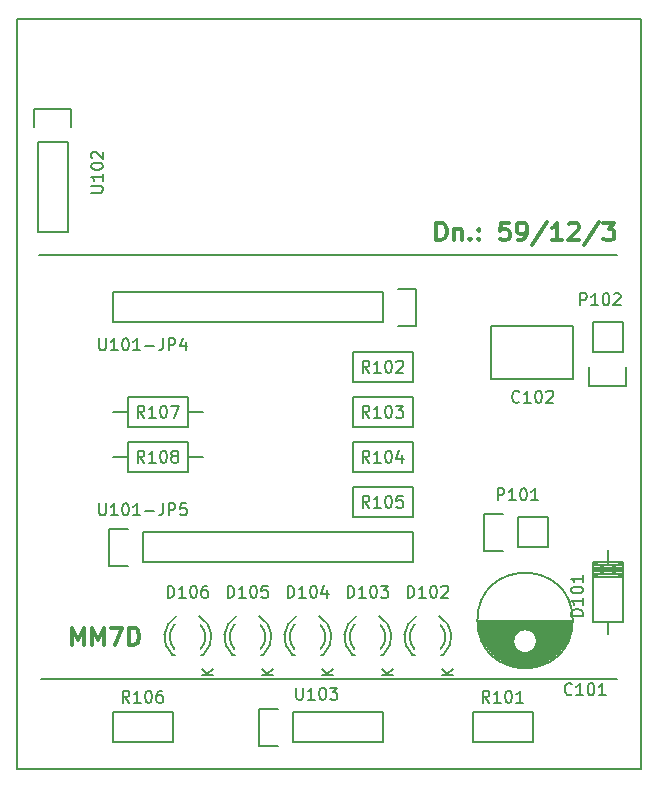
<source format=gbr>
G04 #@! TF.FileFunction,Legend,Top*
%FSLAX46Y46*%
G04 Gerber Fmt 4.6, Leading zero omitted, Abs format (unit mm)*
G04 Created by KiCad (PCBNEW 4.0.5+dfsg1-4) date Thu Jul 16 18:06:26 2020*
%MOMM*%
%LPD*%
G01*
G04 APERTURE LIST*
%ADD10C,0.150000*%
%ADD11C,0.300000*%
%ADD12C,0.200000*%
G04 APERTURE END LIST*
D10*
D11*
X159505001Y-85768571D02*
X159505001Y-84268571D01*
X159862144Y-84268571D01*
X160076429Y-84340000D01*
X160219287Y-84482857D01*
X160290715Y-84625714D01*
X160362144Y-84911429D01*
X160362144Y-85125714D01*
X160290715Y-85411429D01*
X160219287Y-85554286D01*
X160076429Y-85697143D01*
X159862144Y-85768571D01*
X159505001Y-85768571D01*
X161005001Y-84768571D02*
X161005001Y-85768571D01*
X161005001Y-84911429D02*
X161076429Y-84840000D01*
X161219287Y-84768571D01*
X161433572Y-84768571D01*
X161576429Y-84840000D01*
X161647858Y-84982857D01*
X161647858Y-85768571D01*
X162362144Y-85625714D02*
X162433572Y-85697143D01*
X162362144Y-85768571D01*
X162290715Y-85697143D01*
X162362144Y-85625714D01*
X162362144Y-85768571D01*
X163076430Y-85625714D02*
X163147858Y-85697143D01*
X163076430Y-85768571D01*
X163005001Y-85697143D01*
X163076430Y-85625714D01*
X163076430Y-85768571D01*
X163076430Y-84840000D02*
X163147858Y-84911429D01*
X163076430Y-84982857D01*
X163005001Y-84911429D01*
X163076430Y-84840000D01*
X163076430Y-84982857D01*
X165647859Y-84268571D02*
X164933573Y-84268571D01*
X164862144Y-84982857D01*
X164933573Y-84911429D01*
X165076430Y-84840000D01*
X165433573Y-84840000D01*
X165576430Y-84911429D01*
X165647859Y-84982857D01*
X165719287Y-85125714D01*
X165719287Y-85482857D01*
X165647859Y-85625714D01*
X165576430Y-85697143D01*
X165433573Y-85768571D01*
X165076430Y-85768571D01*
X164933573Y-85697143D01*
X164862144Y-85625714D01*
X166433572Y-85768571D02*
X166719287Y-85768571D01*
X166862144Y-85697143D01*
X166933572Y-85625714D01*
X167076430Y-85411429D01*
X167147858Y-85125714D01*
X167147858Y-84554286D01*
X167076430Y-84411429D01*
X167005001Y-84340000D01*
X166862144Y-84268571D01*
X166576430Y-84268571D01*
X166433572Y-84340000D01*
X166362144Y-84411429D01*
X166290715Y-84554286D01*
X166290715Y-84911429D01*
X166362144Y-85054286D01*
X166433572Y-85125714D01*
X166576430Y-85197143D01*
X166862144Y-85197143D01*
X167005001Y-85125714D01*
X167076430Y-85054286D01*
X167147858Y-84911429D01*
X168862143Y-84197143D02*
X167576429Y-86125714D01*
X170147858Y-85768571D02*
X169290715Y-85768571D01*
X169719287Y-85768571D02*
X169719287Y-84268571D01*
X169576430Y-84482857D01*
X169433572Y-84625714D01*
X169290715Y-84697143D01*
X170719286Y-84411429D02*
X170790715Y-84340000D01*
X170933572Y-84268571D01*
X171290715Y-84268571D01*
X171433572Y-84340000D01*
X171505001Y-84411429D01*
X171576429Y-84554286D01*
X171576429Y-84697143D01*
X171505001Y-84911429D01*
X170647858Y-85768571D01*
X171576429Y-85768571D01*
X173290714Y-84197143D02*
X172005000Y-86125714D01*
X173647858Y-84268571D02*
X174576429Y-84268571D01*
X174076429Y-84840000D01*
X174290715Y-84840000D01*
X174433572Y-84911429D01*
X174505001Y-84982857D01*
X174576429Y-85125714D01*
X174576429Y-85482857D01*
X174505001Y-85625714D01*
X174433572Y-85697143D01*
X174290715Y-85768571D01*
X173862143Y-85768571D01*
X173719286Y-85697143D01*
X173647858Y-85625714D01*
X128623572Y-120058571D02*
X128623572Y-118558571D01*
X129123572Y-119630000D01*
X129623572Y-118558571D01*
X129623572Y-120058571D01*
X130337858Y-120058571D02*
X130337858Y-118558571D01*
X130837858Y-119630000D01*
X131337858Y-118558571D01*
X131337858Y-120058571D01*
X131909287Y-118558571D02*
X132909287Y-118558571D01*
X132266430Y-120058571D01*
X133480715Y-120058571D02*
X133480715Y-118558571D01*
X133837858Y-118558571D01*
X134052143Y-118630000D01*
X134195001Y-118772857D01*
X134266429Y-118915714D01*
X134337858Y-119201429D01*
X134337858Y-119415714D01*
X134266429Y-119701429D01*
X134195001Y-119844286D01*
X134052143Y-119987143D01*
X133837858Y-120058571D01*
X133480715Y-120058571D01*
D10*
X123952000Y-67056000D02*
X123952000Y-130556000D01*
X176784000Y-67056000D02*
X123952000Y-67056000D01*
X176784000Y-130556000D02*
X176784000Y-67056000D01*
X123952000Y-130556000D02*
X176784000Y-130556000D01*
D12*
X125984000Y-122936000D02*
X174752000Y-122936000D01*
X174752000Y-86995000D02*
X125857000Y-86995000D01*
D10*
X157480000Y-97790000D02*
X152400000Y-97790000D01*
X152400000Y-97790000D02*
X152400000Y-95250000D01*
X152400000Y-95250000D02*
X157480000Y-95250000D01*
X157480000Y-95250000D02*
X157480000Y-97790000D01*
X152400000Y-99060000D02*
X157480000Y-99060000D01*
X157480000Y-99060000D02*
X157480000Y-101600000D01*
X157480000Y-101600000D02*
X152400000Y-101600000D01*
X152400000Y-101600000D02*
X152400000Y-99060000D01*
X152400000Y-106680000D02*
X157480000Y-106680000D01*
X157480000Y-106680000D02*
X157480000Y-109220000D01*
X157480000Y-109220000D02*
X152400000Y-109220000D01*
X152400000Y-109220000D02*
X152400000Y-106680000D01*
X152400000Y-102870000D02*
X157480000Y-102870000D01*
X157480000Y-102870000D02*
X157480000Y-105410000D01*
X157480000Y-105410000D02*
X152400000Y-105410000D01*
X152400000Y-105410000D02*
X152400000Y-102870000D01*
X132080000Y-125730000D02*
X137160000Y-125730000D01*
X137160000Y-125730000D02*
X137160000Y-128270000D01*
X137160000Y-128270000D02*
X132080000Y-128270000D01*
X132080000Y-128270000D02*
X132080000Y-125730000D01*
X133350000Y-99060000D02*
X138430000Y-99060000D01*
X138430000Y-99060000D02*
X138430000Y-101600000D01*
X138430000Y-101600000D02*
X133350000Y-101600000D01*
X133350000Y-101600000D02*
X133350000Y-99060000D01*
X133350000Y-100330000D02*
X132080000Y-100330000D01*
X138430000Y-100330000D02*
X139700000Y-100330000D01*
X133350000Y-102870000D02*
X138430000Y-102870000D01*
X138430000Y-102870000D02*
X138430000Y-105410000D01*
X138430000Y-105410000D02*
X133350000Y-105410000D01*
X133350000Y-105410000D02*
X133350000Y-102870000D01*
X133350000Y-104140000D02*
X132080000Y-104140000D01*
X138430000Y-104140000D02*
X139700000Y-104140000D01*
X139744000Y-120849000D02*
X139544000Y-120849000D01*
X137150000Y-120849000D02*
X137330000Y-120849000D01*
X137460357Y-117621256D02*
G75*
G03X137144000Y-120849000I1003643J-1727744D01*
G01*
X137330932Y-118296994D02*
G75*
G03X137330000Y-120400000I1133068J-1052006D01*
G01*
X139770726Y-120836220D02*
G75*
G03X139424000Y-117599000I-1306726J1497220D01*
G01*
X139543253Y-120362889D02*
G75*
G03X139524000Y-118315000I-1079253J1013889D01*
G01*
X144824000Y-120849000D02*
X144624000Y-120849000D01*
X142230000Y-120849000D02*
X142410000Y-120849000D01*
X142540357Y-117621256D02*
G75*
G03X142224000Y-120849000I1003643J-1727744D01*
G01*
X142410932Y-118296994D02*
G75*
G03X142410000Y-120400000I1133068J-1052006D01*
G01*
X144850726Y-120836220D02*
G75*
G03X144504000Y-117599000I-1306726J1497220D01*
G01*
X144623253Y-120362889D02*
G75*
G03X144604000Y-118315000I-1079253J1013889D01*
G01*
X149904000Y-120849000D02*
X149704000Y-120849000D01*
X147310000Y-120849000D02*
X147490000Y-120849000D01*
X147620357Y-117621256D02*
G75*
G03X147304000Y-120849000I1003643J-1727744D01*
G01*
X147490932Y-118296994D02*
G75*
G03X147490000Y-120400000I1133068J-1052006D01*
G01*
X149930726Y-120836220D02*
G75*
G03X149584000Y-117599000I-1306726J1497220D01*
G01*
X149703253Y-120362889D02*
G75*
G03X149684000Y-118315000I-1079253J1013889D01*
G01*
X154984000Y-120849000D02*
X154784000Y-120849000D01*
X152390000Y-120849000D02*
X152570000Y-120849000D01*
X152700357Y-117621256D02*
G75*
G03X152384000Y-120849000I1003643J-1727744D01*
G01*
X152570932Y-118296994D02*
G75*
G03X152570000Y-120400000I1133068J-1052006D01*
G01*
X155010726Y-120836220D02*
G75*
G03X154664000Y-117599000I-1306726J1497220D01*
G01*
X154783253Y-120362889D02*
G75*
G03X154764000Y-118315000I-1079253J1013889D01*
G01*
X160064000Y-120849000D02*
X159864000Y-120849000D01*
X157470000Y-120849000D02*
X157650000Y-120849000D01*
X157780357Y-117621256D02*
G75*
G03X157464000Y-120849000I1003643J-1727744D01*
G01*
X157650932Y-118296994D02*
G75*
G03X157650000Y-120400000I1133068J-1052006D01*
G01*
X160090726Y-120836220D02*
G75*
G03X159744000Y-117599000I-1306726J1497220D01*
G01*
X159863253Y-120362889D02*
G75*
G03X159844000Y-118315000I-1079253J1013889D01*
G01*
X128270000Y-77470000D02*
X128270000Y-85090000D01*
X125730000Y-77470000D02*
X125730000Y-85090000D01*
X125450000Y-74650000D02*
X125450000Y-76200000D01*
X128270000Y-85090000D02*
X125730000Y-85090000D01*
X125730000Y-77470000D02*
X128270000Y-77470000D01*
X128550000Y-76200000D02*
X128550000Y-74650000D01*
X128550000Y-74650000D02*
X125450000Y-74650000D01*
X134620000Y-113030000D02*
X157480000Y-113030000D01*
X157480000Y-113030000D02*
X157480000Y-110490000D01*
X157480000Y-110490000D02*
X134620000Y-110490000D01*
X131800000Y-113310000D02*
X133350000Y-113310000D01*
X134620000Y-113030000D02*
X134620000Y-110490000D01*
X133350000Y-110210000D02*
X131800000Y-110210000D01*
X131800000Y-110210000D02*
X131800000Y-113310000D01*
X154940000Y-90170000D02*
X132080000Y-90170000D01*
X132080000Y-90170000D02*
X132080000Y-92710000D01*
X132080000Y-92710000D02*
X154940000Y-92710000D01*
X157760000Y-89890000D02*
X156210000Y-89890000D01*
X154940000Y-90170000D02*
X154940000Y-92710000D01*
X156210000Y-92990000D02*
X157760000Y-92990000D01*
X157760000Y-92990000D02*
X157760000Y-89890000D01*
X164100000Y-93000000D02*
X171100000Y-93000000D01*
X171100000Y-93000000D02*
X171100000Y-97500000D01*
X171100000Y-97500000D02*
X164100000Y-97500000D01*
X164100000Y-97500000D02*
X164100000Y-93000000D01*
X163550000Y-112040000D02*
X165100000Y-112040000D01*
X168910000Y-111760000D02*
X166370000Y-111760000D01*
X166370000Y-111760000D02*
X166370000Y-109220000D01*
X165100000Y-108940000D02*
X163550000Y-108940000D01*
X163550000Y-108940000D02*
X163550000Y-112040000D01*
X166370000Y-109220000D02*
X168910000Y-109220000D01*
X168910000Y-109220000D02*
X168910000Y-111760000D01*
X175540000Y-98070000D02*
X175540000Y-96520000D01*
X175260000Y-92710000D02*
X175260000Y-95250000D01*
X175260000Y-95250000D02*
X172720000Y-95250000D01*
X172440000Y-96520000D02*
X172440000Y-98070000D01*
X172440000Y-98070000D02*
X175540000Y-98070000D01*
X172720000Y-95250000D02*
X172720000Y-92710000D01*
X172720000Y-92710000D02*
X175260000Y-92710000D01*
X171004000Y-118030000D02*
X163006000Y-118030000D01*
X170999000Y-118170000D02*
X163011000Y-118170000D01*
X170989000Y-118310000D02*
X163021000Y-118310000D01*
X170974000Y-118450000D02*
X163036000Y-118450000D01*
X170954000Y-118590000D02*
X163056000Y-118590000D01*
X170929000Y-118730000D02*
X167227000Y-118730000D01*
X166783000Y-118730000D02*
X163081000Y-118730000D01*
X170899000Y-118870000D02*
X167555000Y-118870000D01*
X166455000Y-118870000D02*
X163111000Y-118870000D01*
X170863000Y-119010000D02*
X167724000Y-119010000D01*
X166286000Y-119010000D02*
X163147000Y-119010000D01*
X170822000Y-119150000D02*
X167837000Y-119150000D01*
X166173000Y-119150000D02*
X163188000Y-119150000D01*
X170776000Y-119290000D02*
X167915000Y-119290000D01*
X166095000Y-119290000D02*
X163234000Y-119290000D01*
X170723000Y-119430000D02*
X167966000Y-119430000D01*
X166044000Y-119430000D02*
X163287000Y-119430000D01*
X170664000Y-119570000D02*
X167996000Y-119570000D01*
X166014000Y-119570000D02*
X163346000Y-119570000D01*
X170599000Y-119710000D02*
X168005000Y-119710000D01*
X166005000Y-119710000D02*
X163411000Y-119710000D01*
X170528000Y-119850000D02*
X167994000Y-119850000D01*
X166016000Y-119850000D02*
X163482000Y-119850000D01*
X170449000Y-119990000D02*
X167964000Y-119990000D01*
X166046000Y-119990000D02*
X163561000Y-119990000D01*
X170362000Y-120130000D02*
X167910000Y-120130000D01*
X166100000Y-120130000D02*
X163648000Y-120130000D01*
X170267000Y-120270000D02*
X167830000Y-120270000D01*
X166180000Y-120270000D02*
X163743000Y-120270000D01*
X170163000Y-120410000D02*
X167714000Y-120410000D01*
X166296000Y-120410000D02*
X163847000Y-120410000D01*
X170049000Y-120550000D02*
X167540000Y-120550000D01*
X166470000Y-120550000D02*
X163961000Y-120550000D01*
X169924000Y-120690000D02*
X167178000Y-120690000D01*
X166832000Y-120690000D02*
X164086000Y-120690000D01*
X169786000Y-120830000D02*
X164224000Y-120830000D01*
X169634000Y-120970000D02*
X164376000Y-120970000D01*
X169464000Y-121110000D02*
X164546000Y-121110000D01*
X169273000Y-121250000D02*
X164737000Y-121250000D01*
X169055000Y-121390000D02*
X164955000Y-121390000D01*
X168799000Y-121530000D02*
X165211000Y-121530000D01*
X168488000Y-121670000D02*
X165522000Y-121670000D01*
X168072000Y-121810000D02*
X165938000Y-121810000D01*
X167205000Y-121950000D02*
X166805000Y-121950000D01*
X168005000Y-119705000D02*
G75*
G03X168005000Y-119705000I-1000000J0D01*
G01*
X171042500Y-117955000D02*
G75*
G03X171042500Y-117955000I-4037500J0D01*
G01*
X147320000Y-125730000D02*
X154940000Y-125730000D01*
X147320000Y-128270000D02*
X154940000Y-128270000D01*
X144500000Y-128550000D02*
X146050000Y-128550000D01*
X154940000Y-125730000D02*
X154940000Y-128270000D01*
X147320000Y-128270000D02*
X147320000Y-125730000D01*
X146050000Y-125450000D02*
X144500000Y-125450000D01*
X144500000Y-125450000D02*
X144500000Y-128550000D01*
X167640000Y-128270000D02*
X162560000Y-128270000D01*
X162560000Y-128270000D02*
X162560000Y-125730000D01*
X162560000Y-125730000D02*
X167640000Y-125730000D01*
X167640000Y-125730000D02*
X167640000Y-128270000D01*
X173992540Y-118110000D02*
X173992540Y-119126000D01*
X173992540Y-113284000D02*
X173992540Y-112014000D01*
X175262540Y-113538000D02*
X172722540Y-113538000D01*
X175262540Y-113792000D02*
X172722540Y-113792000D01*
X175262540Y-114046000D02*
X172722540Y-114046000D01*
X175262540Y-113284000D02*
X172722540Y-113284000D01*
X175262540Y-114300000D02*
X172722540Y-113030000D01*
X175262540Y-113030000D02*
X172722540Y-114300000D01*
X175262540Y-114300000D02*
X172722540Y-114300000D01*
X175262540Y-113665000D02*
X172722540Y-113665000D01*
X172722540Y-113030000D02*
X175262540Y-113030000D01*
X175262540Y-113030000D02*
X175262540Y-118110000D01*
X175262540Y-118110000D02*
X172722540Y-118110000D01*
X172722540Y-118110000D02*
X172722540Y-113030000D01*
X153820953Y-96972381D02*
X153487619Y-96496190D01*
X153249524Y-96972381D02*
X153249524Y-95972381D01*
X153630477Y-95972381D01*
X153725715Y-96020000D01*
X153773334Y-96067619D01*
X153820953Y-96162857D01*
X153820953Y-96305714D01*
X153773334Y-96400952D01*
X153725715Y-96448571D01*
X153630477Y-96496190D01*
X153249524Y-96496190D01*
X154773334Y-96972381D02*
X154201905Y-96972381D01*
X154487619Y-96972381D02*
X154487619Y-95972381D01*
X154392381Y-96115238D01*
X154297143Y-96210476D01*
X154201905Y-96258095D01*
X155392381Y-95972381D02*
X155487620Y-95972381D01*
X155582858Y-96020000D01*
X155630477Y-96067619D01*
X155678096Y-96162857D01*
X155725715Y-96353333D01*
X155725715Y-96591429D01*
X155678096Y-96781905D01*
X155630477Y-96877143D01*
X155582858Y-96924762D01*
X155487620Y-96972381D01*
X155392381Y-96972381D01*
X155297143Y-96924762D01*
X155249524Y-96877143D01*
X155201905Y-96781905D01*
X155154286Y-96591429D01*
X155154286Y-96353333D01*
X155201905Y-96162857D01*
X155249524Y-96067619D01*
X155297143Y-96020000D01*
X155392381Y-95972381D01*
X156106667Y-96067619D02*
X156154286Y-96020000D01*
X156249524Y-95972381D01*
X156487620Y-95972381D01*
X156582858Y-96020000D01*
X156630477Y-96067619D01*
X156678096Y-96162857D01*
X156678096Y-96258095D01*
X156630477Y-96400952D01*
X156059048Y-96972381D01*
X156678096Y-96972381D01*
X153820953Y-100782381D02*
X153487619Y-100306190D01*
X153249524Y-100782381D02*
X153249524Y-99782381D01*
X153630477Y-99782381D01*
X153725715Y-99830000D01*
X153773334Y-99877619D01*
X153820953Y-99972857D01*
X153820953Y-100115714D01*
X153773334Y-100210952D01*
X153725715Y-100258571D01*
X153630477Y-100306190D01*
X153249524Y-100306190D01*
X154773334Y-100782381D02*
X154201905Y-100782381D01*
X154487619Y-100782381D02*
X154487619Y-99782381D01*
X154392381Y-99925238D01*
X154297143Y-100020476D01*
X154201905Y-100068095D01*
X155392381Y-99782381D02*
X155487620Y-99782381D01*
X155582858Y-99830000D01*
X155630477Y-99877619D01*
X155678096Y-99972857D01*
X155725715Y-100163333D01*
X155725715Y-100401429D01*
X155678096Y-100591905D01*
X155630477Y-100687143D01*
X155582858Y-100734762D01*
X155487620Y-100782381D01*
X155392381Y-100782381D01*
X155297143Y-100734762D01*
X155249524Y-100687143D01*
X155201905Y-100591905D01*
X155154286Y-100401429D01*
X155154286Y-100163333D01*
X155201905Y-99972857D01*
X155249524Y-99877619D01*
X155297143Y-99830000D01*
X155392381Y-99782381D01*
X156059048Y-99782381D02*
X156678096Y-99782381D01*
X156344762Y-100163333D01*
X156487620Y-100163333D01*
X156582858Y-100210952D01*
X156630477Y-100258571D01*
X156678096Y-100353810D01*
X156678096Y-100591905D01*
X156630477Y-100687143D01*
X156582858Y-100734762D01*
X156487620Y-100782381D01*
X156201905Y-100782381D01*
X156106667Y-100734762D01*
X156059048Y-100687143D01*
X153820953Y-108402381D02*
X153487619Y-107926190D01*
X153249524Y-108402381D02*
X153249524Y-107402381D01*
X153630477Y-107402381D01*
X153725715Y-107450000D01*
X153773334Y-107497619D01*
X153820953Y-107592857D01*
X153820953Y-107735714D01*
X153773334Y-107830952D01*
X153725715Y-107878571D01*
X153630477Y-107926190D01*
X153249524Y-107926190D01*
X154773334Y-108402381D02*
X154201905Y-108402381D01*
X154487619Y-108402381D02*
X154487619Y-107402381D01*
X154392381Y-107545238D01*
X154297143Y-107640476D01*
X154201905Y-107688095D01*
X155392381Y-107402381D02*
X155487620Y-107402381D01*
X155582858Y-107450000D01*
X155630477Y-107497619D01*
X155678096Y-107592857D01*
X155725715Y-107783333D01*
X155725715Y-108021429D01*
X155678096Y-108211905D01*
X155630477Y-108307143D01*
X155582858Y-108354762D01*
X155487620Y-108402381D01*
X155392381Y-108402381D01*
X155297143Y-108354762D01*
X155249524Y-108307143D01*
X155201905Y-108211905D01*
X155154286Y-108021429D01*
X155154286Y-107783333D01*
X155201905Y-107592857D01*
X155249524Y-107497619D01*
X155297143Y-107450000D01*
X155392381Y-107402381D01*
X156630477Y-107402381D02*
X156154286Y-107402381D01*
X156106667Y-107878571D01*
X156154286Y-107830952D01*
X156249524Y-107783333D01*
X156487620Y-107783333D01*
X156582858Y-107830952D01*
X156630477Y-107878571D01*
X156678096Y-107973810D01*
X156678096Y-108211905D01*
X156630477Y-108307143D01*
X156582858Y-108354762D01*
X156487620Y-108402381D01*
X156249524Y-108402381D01*
X156154286Y-108354762D01*
X156106667Y-108307143D01*
X153820953Y-104592381D02*
X153487619Y-104116190D01*
X153249524Y-104592381D02*
X153249524Y-103592381D01*
X153630477Y-103592381D01*
X153725715Y-103640000D01*
X153773334Y-103687619D01*
X153820953Y-103782857D01*
X153820953Y-103925714D01*
X153773334Y-104020952D01*
X153725715Y-104068571D01*
X153630477Y-104116190D01*
X153249524Y-104116190D01*
X154773334Y-104592381D02*
X154201905Y-104592381D01*
X154487619Y-104592381D02*
X154487619Y-103592381D01*
X154392381Y-103735238D01*
X154297143Y-103830476D01*
X154201905Y-103878095D01*
X155392381Y-103592381D02*
X155487620Y-103592381D01*
X155582858Y-103640000D01*
X155630477Y-103687619D01*
X155678096Y-103782857D01*
X155725715Y-103973333D01*
X155725715Y-104211429D01*
X155678096Y-104401905D01*
X155630477Y-104497143D01*
X155582858Y-104544762D01*
X155487620Y-104592381D01*
X155392381Y-104592381D01*
X155297143Y-104544762D01*
X155249524Y-104497143D01*
X155201905Y-104401905D01*
X155154286Y-104211429D01*
X155154286Y-103973333D01*
X155201905Y-103782857D01*
X155249524Y-103687619D01*
X155297143Y-103640000D01*
X155392381Y-103592381D01*
X156582858Y-103925714D02*
X156582858Y-104592381D01*
X156344762Y-103544762D02*
X156106667Y-104259048D01*
X156725715Y-104259048D01*
X133500953Y-124912381D02*
X133167619Y-124436190D01*
X132929524Y-124912381D02*
X132929524Y-123912381D01*
X133310477Y-123912381D01*
X133405715Y-123960000D01*
X133453334Y-124007619D01*
X133500953Y-124102857D01*
X133500953Y-124245714D01*
X133453334Y-124340952D01*
X133405715Y-124388571D01*
X133310477Y-124436190D01*
X132929524Y-124436190D01*
X134453334Y-124912381D02*
X133881905Y-124912381D01*
X134167619Y-124912381D02*
X134167619Y-123912381D01*
X134072381Y-124055238D01*
X133977143Y-124150476D01*
X133881905Y-124198095D01*
X135072381Y-123912381D02*
X135167620Y-123912381D01*
X135262858Y-123960000D01*
X135310477Y-124007619D01*
X135358096Y-124102857D01*
X135405715Y-124293333D01*
X135405715Y-124531429D01*
X135358096Y-124721905D01*
X135310477Y-124817143D01*
X135262858Y-124864762D01*
X135167620Y-124912381D01*
X135072381Y-124912381D01*
X134977143Y-124864762D01*
X134929524Y-124817143D01*
X134881905Y-124721905D01*
X134834286Y-124531429D01*
X134834286Y-124293333D01*
X134881905Y-124102857D01*
X134929524Y-124007619D01*
X134977143Y-123960000D01*
X135072381Y-123912381D01*
X136262858Y-123912381D02*
X136072381Y-123912381D01*
X135977143Y-123960000D01*
X135929524Y-124007619D01*
X135834286Y-124150476D01*
X135786667Y-124340952D01*
X135786667Y-124721905D01*
X135834286Y-124817143D01*
X135881905Y-124864762D01*
X135977143Y-124912381D01*
X136167620Y-124912381D01*
X136262858Y-124864762D01*
X136310477Y-124817143D01*
X136358096Y-124721905D01*
X136358096Y-124483810D01*
X136310477Y-124388571D01*
X136262858Y-124340952D01*
X136167620Y-124293333D01*
X135977143Y-124293333D01*
X135881905Y-124340952D01*
X135834286Y-124388571D01*
X135786667Y-124483810D01*
X134770953Y-100782381D02*
X134437619Y-100306190D01*
X134199524Y-100782381D02*
X134199524Y-99782381D01*
X134580477Y-99782381D01*
X134675715Y-99830000D01*
X134723334Y-99877619D01*
X134770953Y-99972857D01*
X134770953Y-100115714D01*
X134723334Y-100210952D01*
X134675715Y-100258571D01*
X134580477Y-100306190D01*
X134199524Y-100306190D01*
X135723334Y-100782381D02*
X135151905Y-100782381D01*
X135437619Y-100782381D02*
X135437619Y-99782381D01*
X135342381Y-99925238D01*
X135247143Y-100020476D01*
X135151905Y-100068095D01*
X136342381Y-99782381D02*
X136437620Y-99782381D01*
X136532858Y-99830000D01*
X136580477Y-99877619D01*
X136628096Y-99972857D01*
X136675715Y-100163333D01*
X136675715Y-100401429D01*
X136628096Y-100591905D01*
X136580477Y-100687143D01*
X136532858Y-100734762D01*
X136437620Y-100782381D01*
X136342381Y-100782381D01*
X136247143Y-100734762D01*
X136199524Y-100687143D01*
X136151905Y-100591905D01*
X136104286Y-100401429D01*
X136104286Y-100163333D01*
X136151905Y-99972857D01*
X136199524Y-99877619D01*
X136247143Y-99830000D01*
X136342381Y-99782381D01*
X137009048Y-99782381D02*
X137675715Y-99782381D01*
X137247143Y-100782381D01*
X134770953Y-104592381D02*
X134437619Y-104116190D01*
X134199524Y-104592381D02*
X134199524Y-103592381D01*
X134580477Y-103592381D01*
X134675715Y-103640000D01*
X134723334Y-103687619D01*
X134770953Y-103782857D01*
X134770953Y-103925714D01*
X134723334Y-104020952D01*
X134675715Y-104068571D01*
X134580477Y-104116190D01*
X134199524Y-104116190D01*
X135723334Y-104592381D02*
X135151905Y-104592381D01*
X135437619Y-104592381D02*
X135437619Y-103592381D01*
X135342381Y-103735238D01*
X135247143Y-103830476D01*
X135151905Y-103878095D01*
X136342381Y-103592381D02*
X136437620Y-103592381D01*
X136532858Y-103640000D01*
X136580477Y-103687619D01*
X136628096Y-103782857D01*
X136675715Y-103973333D01*
X136675715Y-104211429D01*
X136628096Y-104401905D01*
X136580477Y-104497143D01*
X136532858Y-104544762D01*
X136437620Y-104592381D01*
X136342381Y-104592381D01*
X136247143Y-104544762D01*
X136199524Y-104497143D01*
X136151905Y-104401905D01*
X136104286Y-104211429D01*
X136104286Y-103973333D01*
X136151905Y-103782857D01*
X136199524Y-103687619D01*
X136247143Y-103640000D01*
X136342381Y-103592381D01*
X137247143Y-104020952D02*
X137151905Y-103973333D01*
X137104286Y-103925714D01*
X137056667Y-103830476D01*
X137056667Y-103782857D01*
X137104286Y-103687619D01*
X137151905Y-103640000D01*
X137247143Y-103592381D01*
X137437620Y-103592381D01*
X137532858Y-103640000D01*
X137580477Y-103687619D01*
X137628096Y-103782857D01*
X137628096Y-103830476D01*
X137580477Y-103925714D01*
X137532858Y-103973333D01*
X137437620Y-104020952D01*
X137247143Y-104020952D01*
X137151905Y-104068571D01*
X137104286Y-104116190D01*
X137056667Y-104211429D01*
X137056667Y-104401905D01*
X137104286Y-104497143D01*
X137151905Y-104544762D01*
X137247143Y-104592381D01*
X137437620Y-104592381D01*
X137532858Y-104544762D01*
X137580477Y-104497143D01*
X137628096Y-104401905D01*
X137628096Y-104211429D01*
X137580477Y-104116190D01*
X137532858Y-104068571D01*
X137437620Y-104020952D01*
X136739524Y-116022381D02*
X136739524Y-115022381D01*
X136977619Y-115022381D01*
X137120477Y-115070000D01*
X137215715Y-115165238D01*
X137263334Y-115260476D01*
X137310953Y-115450952D01*
X137310953Y-115593810D01*
X137263334Y-115784286D01*
X137215715Y-115879524D01*
X137120477Y-115974762D01*
X136977619Y-116022381D01*
X136739524Y-116022381D01*
X138263334Y-116022381D02*
X137691905Y-116022381D01*
X137977619Y-116022381D02*
X137977619Y-115022381D01*
X137882381Y-115165238D01*
X137787143Y-115260476D01*
X137691905Y-115308095D01*
X138882381Y-115022381D02*
X138977620Y-115022381D01*
X139072858Y-115070000D01*
X139120477Y-115117619D01*
X139168096Y-115212857D01*
X139215715Y-115403333D01*
X139215715Y-115641429D01*
X139168096Y-115831905D01*
X139120477Y-115927143D01*
X139072858Y-115974762D01*
X138977620Y-116022381D01*
X138882381Y-116022381D01*
X138787143Y-115974762D01*
X138739524Y-115927143D01*
X138691905Y-115831905D01*
X138644286Y-115641429D01*
X138644286Y-115403333D01*
X138691905Y-115212857D01*
X138739524Y-115117619D01*
X138787143Y-115070000D01*
X138882381Y-115022381D01*
X140072858Y-115022381D02*
X139882381Y-115022381D01*
X139787143Y-115070000D01*
X139739524Y-115117619D01*
X139644286Y-115260476D01*
X139596667Y-115450952D01*
X139596667Y-115831905D01*
X139644286Y-115927143D01*
X139691905Y-115974762D01*
X139787143Y-116022381D01*
X139977620Y-116022381D01*
X140072858Y-115974762D01*
X140120477Y-115927143D01*
X140168096Y-115831905D01*
X140168096Y-115593810D01*
X140120477Y-115498571D01*
X140072858Y-115450952D01*
X139977620Y-115403333D01*
X139787143Y-115403333D01*
X139691905Y-115450952D01*
X139644286Y-115498571D01*
X139596667Y-115593810D01*
X140622381Y-122601905D02*
X139622381Y-122601905D01*
X140622381Y-122030476D02*
X140050952Y-122459048D01*
X139622381Y-122030476D02*
X140193810Y-122601905D01*
X141819524Y-116022381D02*
X141819524Y-115022381D01*
X142057619Y-115022381D01*
X142200477Y-115070000D01*
X142295715Y-115165238D01*
X142343334Y-115260476D01*
X142390953Y-115450952D01*
X142390953Y-115593810D01*
X142343334Y-115784286D01*
X142295715Y-115879524D01*
X142200477Y-115974762D01*
X142057619Y-116022381D01*
X141819524Y-116022381D01*
X143343334Y-116022381D02*
X142771905Y-116022381D01*
X143057619Y-116022381D02*
X143057619Y-115022381D01*
X142962381Y-115165238D01*
X142867143Y-115260476D01*
X142771905Y-115308095D01*
X143962381Y-115022381D02*
X144057620Y-115022381D01*
X144152858Y-115070000D01*
X144200477Y-115117619D01*
X144248096Y-115212857D01*
X144295715Y-115403333D01*
X144295715Y-115641429D01*
X144248096Y-115831905D01*
X144200477Y-115927143D01*
X144152858Y-115974762D01*
X144057620Y-116022381D01*
X143962381Y-116022381D01*
X143867143Y-115974762D01*
X143819524Y-115927143D01*
X143771905Y-115831905D01*
X143724286Y-115641429D01*
X143724286Y-115403333D01*
X143771905Y-115212857D01*
X143819524Y-115117619D01*
X143867143Y-115070000D01*
X143962381Y-115022381D01*
X145200477Y-115022381D02*
X144724286Y-115022381D01*
X144676667Y-115498571D01*
X144724286Y-115450952D01*
X144819524Y-115403333D01*
X145057620Y-115403333D01*
X145152858Y-115450952D01*
X145200477Y-115498571D01*
X145248096Y-115593810D01*
X145248096Y-115831905D01*
X145200477Y-115927143D01*
X145152858Y-115974762D01*
X145057620Y-116022381D01*
X144819524Y-116022381D01*
X144724286Y-115974762D01*
X144676667Y-115927143D01*
X145702381Y-122601905D02*
X144702381Y-122601905D01*
X145702381Y-122030476D02*
X145130952Y-122459048D01*
X144702381Y-122030476D02*
X145273810Y-122601905D01*
X146899524Y-116022381D02*
X146899524Y-115022381D01*
X147137619Y-115022381D01*
X147280477Y-115070000D01*
X147375715Y-115165238D01*
X147423334Y-115260476D01*
X147470953Y-115450952D01*
X147470953Y-115593810D01*
X147423334Y-115784286D01*
X147375715Y-115879524D01*
X147280477Y-115974762D01*
X147137619Y-116022381D01*
X146899524Y-116022381D01*
X148423334Y-116022381D02*
X147851905Y-116022381D01*
X148137619Y-116022381D02*
X148137619Y-115022381D01*
X148042381Y-115165238D01*
X147947143Y-115260476D01*
X147851905Y-115308095D01*
X149042381Y-115022381D02*
X149137620Y-115022381D01*
X149232858Y-115070000D01*
X149280477Y-115117619D01*
X149328096Y-115212857D01*
X149375715Y-115403333D01*
X149375715Y-115641429D01*
X149328096Y-115831905D01*
X149280477Y-115927143D01*
X149232858Y-115974762D01*
X149137620Y-116022381D01*
X149042381Y-116022381D01*
X148947143Y-115974762D01*
X148899524Y-115927143D01*
X148851905Y-115831905D01*
X148804286Y-115641429D01*
X148804286Y-115403333D01*
X148851905Y-115212857D01*
X148899524Y-115117619D01*
X148947143Y-115070000D01*
X149042381Y-115022381D01*
X150232858Y-115355714D02*
X150232858Y-116022381D01*
X149994762Y-114974762D02*
X149756667Y-115689048D01*
X150375715Y-115689048D01*
X150782381Y-122601905D02*
X149782381Y-122601905D01*
X150782381Y-122030476D02*
X150210952Y-122459048D01*
X149782381Y-122030476D02*
X150353810Y-122601905D01*
X151979524Y-116022381D02*
X151979524Y-115022381D01*
X152217619Y-115022381D01*
X152360477Y-115070000D01*
X152455715Y-115165238D01*
X152503334Y-115260476D01*
X152550953Y-115450952D01*
X152550953Y-115593810D01*
X152503334Y-115784286D01*
X152455715Y-115879524D01*
X152360477Y-115974762D01*
X152217619Y-116022381D01*
X151979524Y-116022381D01*
X153503334Y-116022381D02*
X152931905Y-116022381D01*
X153217619Y-116022381D02*
X153217619Y-115022381D01*
X153122381Y-115165238D01*
X153027143Y-115260476D01*
X152931905Y-115308095D01*
X154122381Y-115022381D02*
X154217620Y-115022381D01*
X154312858Y-115070000D01*
X154360477Y-115117619D01*
X154408096Y-115212857D01*
X154455715Y-115403333D01*
X154455715Y-115641429D01*
X154408096Y-115831905D01*
X154360477Y-115927143D01*
X154312858Y-115974762D01*
X154217620Y-116022381D01*
X154122381Y-116022381D01*
X154027143Y-115974762D01*
X153979524Y-115927143D01*
X153931905Y-115831905D01*
X153884286Y-115641429D01*
X153884286Y-115403333D01*
X153931905Y-115212857D01*
X153979524Y-115117619D01*
X154027143Y-115070000D01*
X154122381Y-115022381D01*
X154789048Y-115022381D02*
X155408096Y-115022381D01*
X155074762Y-115403333D01*
X155217620Y-115403333D01*
X155312858Y-115450952D01*
X155360477Y-115498571D01*
X155408096Y-115593810D01*
X155408096Y-115831905D01*
X155360477Y-115927143D01*
X155312858Y-115974762D01*
X155217620Y-116022381D01*
X154931905Y-116022381D01*
X154836667Y-115974762D01*
X154789048Y-115927143D01*
X155862381Y-122601905D02*
X154862381Y-122601905D01*
X155862381Y-122030476D02*
X155290952Y-122459048D01*
X154862381Y-122030476D02*
X155433810Y-122601905D01*
X157059524Y-116022381D02*
X157059524Y-115022381D01*
X157297619Y-115022381D01*
X157440477Y-115070000D01*
X157535715Y-115165238D01*
X157583334Y-115260476D01*
X157630953Y-115450952D01*
X157630953Y-115593810D01*
X157583334Y-115784286D01*
X157535715Y-115879524D01*
X157440477Y-115974762D01*
X157297619Y-116022381D01*
X157059524Y-116022381D01*
X158583334Y-116022381D02*
X158011905Y-116022381D01*
X158297619Y-116022381D02*
X158297619Y-115022381D01*
X158202381Y-115165238D01*
X158107143Y-115260476D01*
X158011905Y-115308095D01*
X159202381Y-115022381D02*
X159297620Y-115022381D01*
X159392858Y-115070000D01*
X159440477Y-115117619D01*
X159488096Y-115212857D01*
X159535715Y-115403333D01*
X159535715Y-115641429D01*
X159488096Y-115831905D01*
X159440477Y-115927143D01*
X159392858Y-115974762D01*
X159297620Y-116022381D01*
X159202381Y-116022381D01*
X159107143Y-115974762D01*
X159059524Y-115927143D01*
X159011905Y-115831905D01*
X158964286Y-115641429D01*
X158964286Y-115403333D01*
X159011905Y-115212857D01*
X159059524Y-115117619D01*
X159107143Y-115070000D01*
X159202381Y-115022381D01*
X159916667Y-115117619D02*
X159964286Y-115070000D01*
X160059524Y-115022381D01*
X160297620Y-115022381D01*
X160392858Y-115070000D01*
X160440477Y-115117619D01*
X160488096Y-115212857D01*
X160488096Y-115308095D01*
X160440477Y-115450952D01*
X159869048Y-116022381D01*
X160488096Y-116022381D01*
X160942381Y-122601905D02*
X159942381Y-122601905D01*
X160942381Y-122030476D02*
X160370952Y-122459048D01*
X159942381Y-122030476D02*
X160513810Y-122601905D01*
X130262381Y-81724286D02*
X131071905Y-81724286D01*
X131167143Y-81676667D01*
X131214762Y-81629048D01*
X131262381Y-81533810D01*
X131262381Y-81343333D01*
X131214762Y-81248095D01*
X131167143Y-81200476D01*
X131071905Y-81152857D01*
X130262381Y-81152857D01*
X131262381Y-80152857D02*
X131262381Y-80724286D01*
X131262381Y-80438572D02*
X130262381Y-80438572D01*
X130405238Y-80533810D01*
X130500476Y-80629048D01*
X130548095Y-80724286D01*
X130262381Y-79533810D02*
X130262381Y-79438571D01*
X130310000Y-79343333D01*
X130357619Y-79295714D01*
X130452857Y-79248095D01*
X130643333Y-79200476D01*
X130881429Y-79200476D01*
X131071905Y-79248095D01*
X131167143Y-79295714D01*
X131214762Y-79343333D01*
X131262381Y-79438571D01*
X131262381Y-79533810D01*
X131214762Y-79629048D01*
X131167143Y-79676667D01*
X131071905Y-79724286D01*
X130881429Y-79771905D01*
X130643333Y-79771905D01*
X130452857Y-79724286D01*
X130357619Y-79676667D01*
X130310000Y-79629048D01*
X130262381Y-79533810D01*
X130357619Y-78819524D02*
X130310000Y-78771905D01*
X130262381Y-78676667D01*
X130262381Y-78438571D01*
X130310000Y-78343333D01*
X130357619Y-78295714D01*
X130452857Y-78248095D01*
X130548095Y-78248095D01*
X130690952Y-78295714D01*
X131262381Y-78867143D01*
X131262381Y-78248095D01*
X130929524Y-108037381D02*
X130929524Y-108846905D01*
X130977143Y-108942143D01*
X131024762Y-108989762D01*
X131120000Y-109037381D01*
X131310477Y-109037381D01*
X131405715Y-108989762D01*
X131453334Y-108942143D01*
X131500953Y-108846905D01*
X131500953Y-108037381D01*
X132500953Y-109037381D02*
X131929524Y-109037381D01*
X132215238Y-109037381D02*
X132215238Y-108037381D01*
X132120000Y-108180238D01*
X132024762Y-108275476D01*
X131929524Y-108323095D01*
X133120000Y-108037381D02*
X133215239Y-108037381D01*
X133310477Y-108085000D01*
X133358096Y-108132619D01*
X133405715Y-108227857D01*
X133453334Y-108418333D01*
X133453334Y-108656429D01*
X133405715Y-108846905D01*
X133358096Y-108942143D01*
X133310477Y-108989762D01*
X133215239Y-109037381D01*
X133120000Y-109037381D01*
X133024762Y-108989762D01*
X132977143Y-108942143D01*
X132929524Y-108846905D01*
X132881905Y-108656429D01*
X132881905Y-108418333D01*
X132929524Y-108227857D01*
X132977143Y-108132619D01*
X133024762Y-108085000D01*
X133120000Y-108037381D01*
X134405715Y-109037381D02*
X133834286Y-109037381D01*
X134120000Y-109037381D02*
X134120000Y-108037381D01*
X134024762Y-108180238D01*
X133929524Y-108275476D01*
X133834286Y-108323095D01*
X134834286Y-108656429D02*
X135596191Y-108656429D01*
X136358096Y-108037381D02*
X136358096Y-108751667D01*
X136310476Y-108894524D01*
X136215238Y-108989762D01*
X136072381Y-109037381D01*
X135977143Y-109037381D01*
X136834286Y-109037381D02*
X136834286Y-108037381D01*
X137215239Y-108037381D01*
X137310477Y-108085000D01*
X137358096Y-108132619D01*
X137405715Y-108227857D01*
X137405715Y-108370714D01*
X137358096Y-108465952D01*
X137310477Y-108513571D01*
X137215239Y-108561190D01*
X136834286Y-108561190D01*
X138310477Y-108037381D02*
X137834286Y-108037381D01*
X137786667Y-108513571D01*
X137834286Y-108465952D01*
X137929524Y-108418333D01*
X138167620Y-108418333D01*
X138262858Y-108465952D01*
X138310477Y-108513571D01*
X138358096Y-108608810D01*
X138358096Y-108846905D01*
X138310477Y-108942143D01*
X138262858Y-108989762D01*
X138167620Y-109037381D01*
X137929524Y-109037381D01*
X137834286Y-108989762D01*
X137786667Y-108942143D01*
X130929524Y-94067381D02*
X130929524Y-94876905D01*
X130977143Y-94972143D01*
X131024762Y-95019762D01*
X131120000Y-95067381D01*
X131310477Y-95067381D01*
X131405715Y-95019762D01*
X131453334Y-94972143D01*
X131500953Y-94876905D01*
X131500953Y-94067381D01*
X132500953Y-95067381D02*
X131929524Y-95067381D01*
X132215238Y-95067381D02*
X132215238Y-94067381D01*
X132120000Y-94210238D01*
X132024762Y-94305476D01*
X131929524Y-94353095D01*
X133120000Y-94067381D02*
X133215239Y-94067381D01*
X133310477Y-94115000D01*
X133358096Y-94162619D01*
X133405715Y-94257857D01*
X133453334Y-94448333D01*
X133453334Y-94686429D01*
X133405715Y-94876905D01*
X133358096Y-94972143D01*
X133310477Y-95019762D01*
X133215239Y-95067381D01*
X133120000Y-95067381D01*
X133024762Y-95019762D01*
X132977143Y-94972143D01*
X132929524Y-94876905D01*
X132881905Y-94686429D01*
X132881905Y-94448333D01*
X132929524Y-94257857D01*
X132977143Y-94162619D01*
X133024762Y-94115000D01*
X133120000Y-94067381D01*
X134405715Y-95067381D02*
X133834286Y-95067381D01*
X134120000Y-95067381D02*
X134120000Y-94067381D01*
X134024762Y-94210238D01*
X133929524Y-94305476D01*
X133834286Y-94353095D01*
X134834286Y-94686429D02*
X135596191Y-94686429D01*
X136358096Y-94067381D02*
X136358096Y-94781667D01*
X136310476Y-94924524D01*
X136215238Y-95019762D01*
X136072381Y-95067381D01*
X135977143Y-95067381D01*
X136834286Y-95067381D02*
X136834286Y-94067381D01*
X137215239Y-94067381D01*
X137310477Y-94115000D01*
X137358096Y-94162619D01*
X137405715Y-94257857D01*
X137405715Y-94400714D01*
X137358096Y-94495952D01*
X137310477Y-94543571D01*
X137215239Y-94591190D01*
X136834286Y-94591190D01*
X138262858Y-94400714D02*
X138262858Y-95067381D01*
X138024762Y-94019762D02*
X137786667Y-94734048D01*
X138405715Y-94734048D01*
X166520953Y-99417143D02*
X166473334Y-99464762D01*
X166330477Y-99512381D01*
X166235239Y-99512381D01*
X166092381Y-99464762D01*
X165997143Y-99369524D01*
X165949524Y-99274286D01*
X165901905Y-99083810D01*
X165901905Y-98940952D01*
X165949524Y-98750476D01*
X165997143Y-98655238D01*
X166092381Y-98560000D01*
X166235239Y-98512381D01*
X166330477Y-98512381D01*
X166473334Y-98560000D01*
X166520953Y-98607619D01*
X167473334Y-99512381D02*
X166901905Y-99512381D01*
X167187619Y-99512381D02*
X167187619Y-98512381D01*
X167092381Y-98655238D01*
X166997143Y-98750476D01*
X166901905Y-98798095D01*
X168092381Y-98512381D02*
X168187620Y-98512381D01*
X168282858Y-98560000D01*
X168330477Y-98607619D01*
X168378096Y-98702857D01*
X168425715Y-98893333D01*
X168425715Y-99131429D01*
X168378096Y-99321905D01*
X168330477Y-99417143D01*
X168282858Y-99464762D01*
X168187620Y-99512381D01*
X168092381Y-99512381D01*
X167997143Y-99464762D01*
X167949524Y-99417143D01*
X167901905Y-99321905D01*
X167854286Y-99131429D01*
X167854286Y-98893333D01*
X167901905Y-98702857D01*
X167949524Y-98607619D01*
X167997143Y-98560000D01*
X168092381Y-98512381D01*
X168806667Y-98607619D02*
X168854286Y-98560000D01*
X168949524Y-98512381D01*
X169187620Y-98512381D01*
X169282858Y-98560000D01*
X169330477Y-98607619D01*
X169378096Y-98702857D01*
X169378096Y-98798095D01*
X169330477Y-98940952D01*
X168759048Y-99512381D01*
X169378096Y-99512381D01*
X164679524Y-107767381D02*
X164679524Y-106767381D01*
X165060477Y-106767381D01*
X165155715Y-106815000D01*
X165203334Y-106862619D01*
X165250953Y-106957857D01*
X165250953Y-107100714D01*
X165203334Y-107195952D01*
X165155715Y-107243571D01*
X165060477Y-107291190D01*
X164679524Y-107291190D01*
X166203334Y-107767381D02*
X165631905Y-107767381D01*
X165917619Y-107767381D02*
X165917619Y-106767381D01*
X165822381Y-106910238D01*
X165727143Y-107005476D01*
X165631905Y-107053095D01*
X166822381Y-106767381D02*
X166917620Y-106767381D01*
X167012858Y-106815000D01*
X167060477Y-106862619D01*
X167108096Y-106957857D01*
X167155715Y-107148333D01*
X167155715Y-107386429D01*
X167108096Y-107576905D01*
X167060477Y-107672143D01*
X167012858Y-107719762D01*
X166917620Y-107767381D01*
X166822381Y-107767381D01*
X166727143Y-107719762D01*
X166679524Y-107672143D01*
X166631905Y-107576905D01*
X166584286Y-107386429D01*
X166584286Y-107148333D01*
X166631905Y-106957857D01*
X166679524Y-106862619D01*
X166727143Y-106815000D01*
X166822381Y-106767381D01*
X168108096Y-107767381D02*
X167536667Y-107767381D01*
X167822381Y-107767381D02*
X167822381Y-106767381D01*
X167727143Y-106910238D01*
X167631905Y-107005476D01*
X167536667Y-107053095D01*
X171664524Y-91257381D02*
X171664524Y-90257381D01*
X172045477Y-90257381D01*
X172140715Y-90305000D01*
X172188334Y-90352619D01*
X172235953Y-90447857D01*
X172235953Y-90590714D01*
X172188334Y-90685952D01*
X172140715Y-90733571D01*
X172045477Y-90781190D01*
X171664524Y-90781190D01*
X173188334Y-91257381D02*
X172616905Y-91257381D01*
X172902619Y-91257381D02*
X172902619Y-90257381D01*
X172807381Y-90400238D01*
X172712143Y-90495476D01*
X172616905Y-90543095D01*
X173807381Y-90257381D02*
X173902620Y-90257381D01*
X173997858Y-90305000D01*
X174045477Y-90352619D01*
X174093096Y-90447857D01*
X174140715Y-90638333D01*
X174140715Y-90876429D01*
X174093096Y-91066905D01*
X174045477Y-91162143D01*
X173997858Y-91209762D01*
X173902620Y-91257381D01*
X173807381Y-91257381D01*
X173712143Y-91209762D01*
X173664524Y-91162143D01*
X173616905Y-91066905D01*
X173569286Y-90876429D01*
X173569286Y-90638333D01*
X173616905Y-90447857D01*
X173664524Y-90352619D01*
X173712143Y-90305000D01*
X173807381Y-90257381D01*
X174521667Y-90352619D02*
X174569286Y-90305000D01*
X174664524Y-90257381D01*
X174902620Y-90257381D01*
X174997858Y-90305000D01*
X175045477Y-90352619D01*
X175093096Y-90447857D01*
X175093096Y-90543095D01*
X175045477Y-90685952D01*
X174474048Y-91257381D01*
X175093096Y-91257381D01*
X170965953Y-124182143D02*
X170918334Y-124229762D01*
X170775477Y-124277381D01*
X170680239Y-124277381D01*
X170537381Y-124229762D01*
X170442143Y-124134524D01*
X170394524Y-124039286D01*
X170346905Y-123848810D01*
X170346905Y-123705952D01*
X170394524Y-123515476D01*
X170442143Y-123420238D01*
X170537381Y-123325000D01*
X170680239Y-123277381D01*
X170775477Y-123277381D01*
X170918334Y-123325000D01*
X170965953Y-123372619D01*
X171918334Y-124277381D02*
X171346905Y-124277381D01*
X171632619Y-124277381D02*
X171632619Y-123277381D01*
X171537381Y-123420238D01*
X171442143Y-123515476D01*
X171346905Y-123563095D01*
X172537381Y-123277381D02*
X172632620Y-123277381D01*
X172727858Y-123325000D01*
X172775477Y-123372619D01*
X172823096Y-123467857D01*
X172870715Y-123658333D01*
X172870715Y-123896429D01*
X172823096Y-124086905D01*
X172775477Y-124182143D01*
X172727858Y-124229762D01*
X172632620Y-124277381D01*
X172537381Y-124277381D01*
X172442143Y-124229762D01*
X172394524Y-124182143D01*
X172346905Y-124086905D01*
X172299286Y-123896429D01*
X172299286Y-123658333D01*
X172346905Y-123467857D01*
X172394524Y-123372619D01*
X172442143Y-123325000D01*
X172537381Y-123277381D01*
X173823096Y-124277381D02*
X173251667Y-124277381D01*
X173537381Y-124277381D02*
X173537381Y-123277381D01*
X173442143Y-123420238D01*
X173346905Y-123515476D01*
X173251667Y-123563095D01*
X147637714Y-123658381D02*
X147637714Y-124467905D01*
X147685333Y-124563143D01*
X147732952Y-124610762D01*
X147828190Y-124658381D01*
X148018667Y-124658381D01*
X148113905Y-124610762D01*
X148161524Y-124563143D01*
X148209143Y-124467905D01*
X148209143Y-123658381D01*
X149209143Y-124658381D02*
X148637714Y-124658381D01*
X148923428Y-124658381D02*
X148923428Y-123658381D01*
X148828190Y-123801238D01*
X148732952Y-123896476D01*
X148637714Y-123944095D01*
X149828190Y-123658381D02*
X149923429Y-123658381D01*
X150018667Y-123706000D01*
X150066286Y-123753619D01*
X150113905Y-123848857D01*
X150161524Y-124039333D01*
X150161524Y-124277429D01*
X150113905Y-124467905D01*
X150066286Y-124563143D01*
X150018667Y-124610762D01*
X149923429Y-124658381D01*
X149828190Y-124658381D01*
X149732952Y-124610762D01*
X149685333Y-124563143D01*
X149637714Y-124467905D01*
X149590095Y-124277429D01*
X149590095Y-124039333D01*
X149637714Y-123848857D01*
X149685333Y-123753619D01*
X149732952Y-123706000D01*
X149828190Y-123658381D01*
X150494857Y-123658381D02*
X151113905Y-123658381D01*
X150780571Y-124039333D01*
X150923429Y-124039333D01*
X151018667Y-124086952D01*
X151066286Y-124134571D01*
X151113905Y-124229810D01*
X151113905Y-124467905D01*
X151066286Y-124563143D01*
X151018667Y-124610762D01*
X150923429Y-124658381D01*
X150637714Y-124658381D01*
X150542476Y-124610762D01*
X150494857Y-124563143D01*
X163980953Y-124912381D02*
X163647619Y-124436190D01*
X163409524Y-124912381D02*
X163409524Y-123912381D01*
X163790477Y-123912381D01*
X163885715Y-123960000D01*
X163933334Y-124007619D01*
X163980953Y-124102857D01*
X163980953Y-124245714D01*
X163933334Y-124340952D01*
X163885715Y-124388571D01*
X163790477Y-124436190D01*
X163409524Y-124436190D01*
X164933334Y-124912381D02*
X164361905Y-124912381D01*
X164647619Y-124912381D02*
X164647619Y-123912381D01*
X164552381Y-124055238D01*
X164457143Y-124150476D01*
X164361905Y-124198095D01*
X165552381Y-123912381D02*
X165647620Y-123912381D01*
X165742858Y-123960000D01*
X165790477Y-124007619D01*
X165838096Y-124102857D01*
X165885715Y-124293333D01*
X165885715Y-124531429D01*
X165838096Y-124721905D01*
X165790477Y-124817143D01*
X165742858Y-124864762D01*
X165647620Y-124912381D01*
X165552381Y-124912381D01*
X165457143Y-124864762D01*
X165409524Y-124817143D01*
X165361905Y-124721905D01*
X165314286Y-124531429D01*
X165314286Y-124293333D01*
X165361905Y-124102857D01*
X165409524Y-124007619D01*
X165457143Y-123960000D01*
X165552381Y-123912381D01*
X166838096Y-124912381D02*
X166266667Y-124912381D01*
X166552381Y-124912381D02*
X166552381Y-123912381D01*
X166457143Y-124055238D01*
X166361905Y-124150476D01*
X166266667Y-124198095D01*
X171904921Y-117567816D02*
X170904921Y-117567816D01*
X170904921Y-117329721D01*
X170952540Y-117186863D01*
X171047778Y-117091625D01*
X171143016Y-117044006D01*
X171333492Y-116996387D01*
X171476350Y-116996387D01*
X171666826Y-117044006D01*
X171762064Y-117091625D01*
X171857302Y-117186863D01*
X171904921Y-117329721D01*
X171904921Y-117567816D01*
X171904921Y-116044006D02*
X171904921Y-116615435D01*
X171904921Y-116329721D02*
X170904921Y-116329721D01*
X171047778Y-116424959D01*
X171143016Y-116520197D01*
X171190635Y-116615435D01*
X170904921Y-115424959D02*
X170904921Y-115329720D01*
X170952540Y-115234482D01*
X171000159Y-115186863D01*
X171095397Y-115139244D01*
X171285873Y-115091625D01*
X171523969Y-115091625D01*
X171714445Y-115139244D01*
X171809683Y-115186863D01*
X171857302Y-115234482D01*
X171904921Y-115329720D01*
X171904921Y-115424959D01*
X171857302Y-115520197D01*
X171809683Y-115567816D01*
X171714445Y-115615435D01*
X171523969Y-115663054D01*
X171285873Y-115663054D01*
X171095397Y-115615435D01*
X171000159Y-115567816D01*
X170952540Y-115520197D01*
X170904921Y-115424959D01*
X171904921Y-114139244D02*
X171904921Y-114710673D01*
X171904921Y-114424959D02*
X170904921Y-114424959D01*
X171047778Y-114520197D01*
X171143016Y-114615435D01*
X171190635Y-114710673D01*
M02*

</source>
